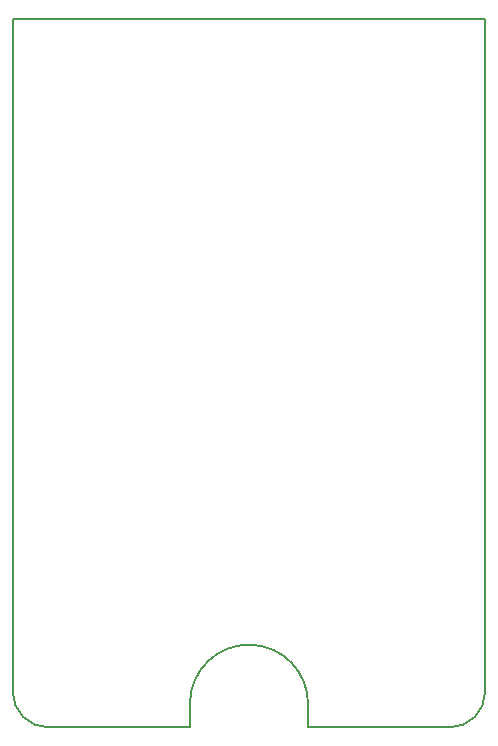
<source format=gm1>
%TF.GenerationSoftware,KiCad,Pcbnew,4.0.4-stable*%
%TF.CreationDate,2017-03-14T03:12:31+02:00*%
%TF.ProjectId,keypad_prototype,6B65797061645F70726F746F74797065,rev?*%
%TF.FileFunction,Profile,NP*%
%FSLAX46Y46*%
G04 Gerber Fmt 4.6, Leading zero omitted, Abs format (unit mm)*
G04 Created by KiCad (PCBNEW 4.0.4-stable) date 03/14/17 03:12:31*
%MOMM*%
%LPD*%
G01*
G04 APERTURE LIST*
%ADD10C,0.100000*%
%ADD11C,0.150000*%
G04 APERTURE END LIST*
D10*
D11*
X173500000Y-163100000D02*
G75*
G03X163500000Y-162900000I-5000000J100000D01*
G01*
X163500000Y-165000000D02*
X163500000Y-162900000D01*
X173500000Y-165000000D02*
X173500000Y-163000000D01*
X148500000Y-162000000D02*
G75*
G03X151500000Y-165000000I3000000J0D01*
G01*
X185500000Y-165000000D02*
G75*
G03X188500000Y-162000000I0J3000000D01*
G01*
X188500000Y-105100000D02*
X188500000Y-162000000D01*
X188500000Y-105000000D02*
X188500000Y-105100000D01*
X148500000Y-105000000D02*
X188500000Y-105000000D01*
X148500000Y-162000000D02*
X148500000Y-105000000D01*
X173500000Y-165000000D02*
X185500000Y-165000000D01*
X151500000Y-165000000D02*
X163500000Y-165000000D01*
M02*

</source>
